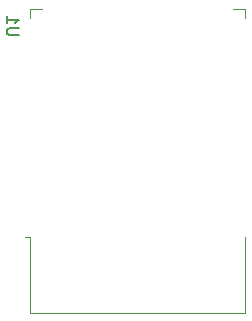
<source format=gbr>
G04 #@! TF.GenerationSoftware,KiCad,Pcbnew,(5.1.4)-1*
G04 #@! TF.CreationDate,2020-04-23T20:30:30-07:00*
G04 #@! TF.ProjectId,tetris,74657472-6973-42e6-9b69-6361645f7063,rev?*
G04 #@! TF.SameCoordinates,Original*
G04 #@! TF.FileFunction,Legend,Bot*
G04 #@! TF.FilePolarity,Positive*
%FSLAX46Y46*%
G04 Gerber Fmt 4.6, Leading zero omitted, Abs format (unit mm)*
G04 Created by KiCad (PCBNEW (5.1.4)-1) date 2020-04-23 20:30:30*
%MOMM*%
%LPD*%
G04 APERTURE LIST*
%ADD10C,0.120000*%
%ADD11C,0.150000*%
G04 APERTURE END LIST*
D10*
X101624000Y-234997000D02*
X101244000Y-234997000D01*
X101624000Y-241417000D02*
X101624000Y-234997000D01*
X119864000Y-241417000D02*
X119864000Y-234997000D01*
X101624000Y-241417000D02*
X119864000Y-241417000D01*
X119864000Y-215672000D02*
X118864000Y-215672000D01*
X119864000Y-216452000D02*
X119864000Y-215672000D01*
X101624000Y-215672000D02*
X102624000Y-215672000D01*
X101624000Y-216452000D02*
X101624000Y-215672000D01*
D11*
X100681619Y-217883904D02*
X99872095Y-217883904D01*
X99776857Y-217836285D01*
X99729238Y-217788666D01*
X99681619Y-217693428D01*
X99681619Y-217502952D01*
X99729238Y-217407714D01*
X99776857Y-217360095D01*
X99872095Y-217312476D01*
X100681619Y-217312476D01*
X99681619Y-216312476D02*
X99681619Y-216883904D01*
X99681619Y-216598190D02*
X100681619Y-216598190D01*
X100538761Y-216693428D01*
X100443523Y-216788666D01*
X100395904Y-216883904D01*
M02*

</source>
